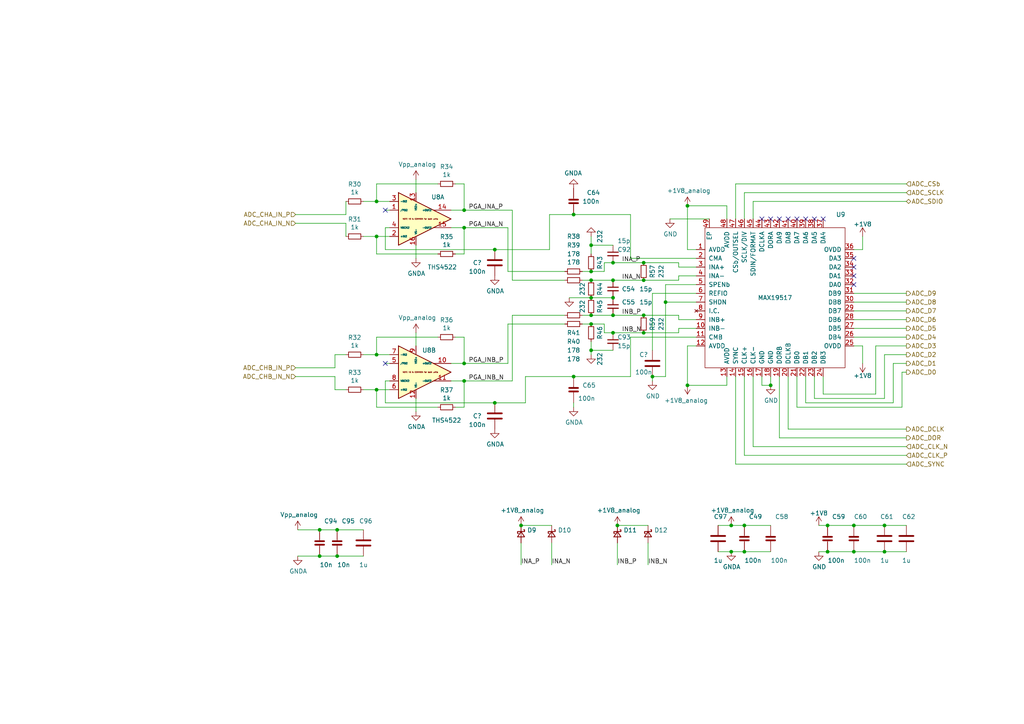
<source format=kicad_sch>
(kicad_sch (version 20230121) (generator eeschema)
  (paper "A4")
  (lib_symbols
    (symbol "Device:C_Small" (pin_numbers hide) (pin_names (offset 0.254) hide)
      (property "Reference" "C" (at 0.254 1.778 0))
      (property "Value" "C_Small" (at 0.254 -2.032 0))
      (symbol "C_Small_0_1"
        (polyline (pts (xy -1.524 -0.508) (xy 1.524 -0.508)) (stroke (width 0.3302)))
        (polyline (pts (xy -1.524 0.508) (xy 1.524 0.508)) (stroke (width 0.3048)))
      )
      (symbol "C_Small_1_1"
        (pin passive line (at 0 2.54 270) (length 2.032) (name "~") (number "1"))
        (pin passive line (at 0 -2.54 90) (length 2.032) (name "~") (number "2"))
      )
    )
    (symbol "Device:D_Schottky_Small" (pin_numbers hide) (pin_names (offset 0.254) hide)
      (property "Reference" "D" (at -1.27 2.032 0))
      (property "Value" "D_Schottky_Small" (at -7.112 -2.032 0))
      (symbol "D_Schottky_Small_0_1"
        (polyline (pts (xy -0.762 0) (xy 0.762 0)))
        (polyline (pts (xy 0.762 -1.016) (xy -0.762 0) (xy 0.762 1.016) (xy 0.762 -1.016)) (stroke (width 0.254)))
        (polyline (pts (xy -1.27 0.762) (xy -1.27 1.016) (xy -0.762 1.016) (xy -0.762 -1.016) (xy -0.254 -1.016) (xy -0.254 -0.762)) (stroke (width 0.254)))
      )
      (symbol "D_Schottky_Small_1_1"
        (pin passive line (at -2.54 0 0) (length 1.778) (name "K") (number "1"))
        (pin passive line (at 2.54 0 180) (length 1.778) (name "A") (number "2"))
      )
    )
    (symbol "Device:R_Small" (pin_numbers hide) (pin_names (offset 0.254) hide)
      (property "Reference" "R" (at 0.762 0.508 0))
      (property "Value" "R_Small" (at 0.762 -1.016 0))
      (symbol "R_Small_0_1"
        (rectangle (start -0.762 1.778) (end 0.762 -1.778) (stroke (width 0.2032)))
      )
      (symbol "R_Small_1_1"
        (pin passive line (at 0 2.54 270) (length 0.762) (name "~") (number "1"))
        (pin passive line (at 0 -2.54 90) (length 0.762) (name "~") (number "2"))
      )
    )
    (symbol "fmc:+1V8_analog" (power) (pin_names (offset 0))
      (property "Value" "+1V8_analog" (at 0 3.556 0))
      (symbol "+1V8_analog_0_1"
        (polyline (pts (xy -0.762 1.27) (xy 0 2.54)))
        (polyline (pts (xy 0 0) (xy 0 2.54)))
        (polyline (pts (xy 0 2.54) (xy 0.762 1.27)))
      )
      (symbol "+1V8_analog_1_1"
        (pin power_in line (at 0 0 90) (length 0) hide (name "+1V8_analog") (number "1"))
      )
    )
    (symbol "fmc:100nF_402" (pin_numbers hide) (pin_names (offset 0.254))
      (property "Reference" "C" (at 0.635 2.54 0))
      (property "Value" "100nF_402" (at 0.635 -2.54 0))
      (symbol "100nF_402_0_1"
        (polyline (pts (xy -1.27 -0.508) (xy 1.27 -0.508)) (stroke (width 0.508)))
        (polyline (pts (xy -1.27 0.508) (xy 1.27 0.508)) (stroke (width 0.508)))
        (polyline (pts (xy 0 -1.016) (xy 0 -0.762)))
        (polyline (pts (xy 0 1.016) (xy 0 0.508)))
      )
      (symbol "100nF_402_1_1"
        (pin passive line (at 0 3.81 270) (length 2.794) (name "~") (number "1"))
        (pin passive line (at 0 -3.81 90) (length 2.794) (name "~") (number "2"))
      )
    )
    (symbol "fmc:100nF_603" (pin_numbers hide) (pin_names (offset 0.254))
      (property "Reference" "C" (at 0.635 2.54 0))
      (property "Value" "100nF_603" (at 0.635 -2.54 0))
      (symbol "100nF_603_0_1"
        (polyline (pts (xy -2.032 -0.762) (xy 2.032 -0.762)) (stroke (width 0.508)))
        (polyline (pts (xy -2.032 0.762) (xy 2.032 0.762)) (stroke (width 0.508)))
      )
      (symbol "100nF_603_1_1"
        (pin passive line (at 0 3.81 270) (length 2.794) (name "~") (number "1"))
        (pin passive line (at 0 -3.81 90) (length 2.794) (name "~") (number "2"))
      )
    )
    (symbol "fmc:1uF_805" (pin_numbers hide) (pin_names (offset 0.254))
      (property "Reference" "C" (at 0.635 2.54 0))
      (property "Value" "1uF_805" (at 0.635 -2.54 0))
      (symbol "1uF_805_0_1"
        (polyline (pts (xy -2.032 -0.762) (xy 2.032 -0.762)) (stroke (width 0.508)))
        (polyline (pts (xy -2.032 0.762) (xy 2.032 0.762)) (stroke (width 0.508)))
      )
      (symbol "1uF_805_1_1"
        (pin passive line (at 0 3.81 270) (length 2.794) (name "~") (number "1"))
        (pin passive line (at 0 -3.81 90) (length 2.794) (name "~") (number "2"))
      )
    )
    (symbol "fmc:MAX19517" (pin_names (offset 1.016))
      (property "Reference" "U" (at 0 0 0))
      (property "Value" "MAX19517" (at 0 -6.35 0))
      (symbol "MAX19517_0_1"
        (rectangle (start -20.32 20.32) (end 20.32 -20.32))
      )
      (symbol "MAX19517_1_1"
        (pin power_in line (at -13.97 -22.86 90) (length 2.54) (name "AVDD") (number "1"))
        (pin input line (at 8.89 -22.86 90) (length 2.54) (name "INB-") (number "10"))
        (pin output line (at 11.43 -22.86 90) (length 2.54) (name "CMB") (number "11"))
        (pin power_in line (at 13.97 -22.86 90) (length 2.54) (name "AVDD") (number "12"))
        (pin power_in line (at 22.86 -13.97 180) (length 2.54) (name "AVDD") (number "13"))
        (pin input line (at 22.86 -11.43 180) (length 2.54) (name "SYNC") (number "14"))
        (pin input line (at 22.86 -8.89 180) (length 2.54) (name "CLK+") (number "15"))
        (pin input line (at 22.86 -6.35 180) (length 2.54) (name "CLK-") (number "16"))
        (pin power_in line (at 22.86 -3.81 180) (length 2.54) (name "GND") (number "17"))
        (pin power_in line (at 22.86 -1.27 180) (length 2.54) (name "GND") (number "18"))
        (pin output line (at 22.86 1.27 180) (length 2.54) (name "DORB") (number "19"))
        (pin output line (at -11.43 -22.86 90) (length 2.54) (name "CMA") (number "2"))
        (pin output line (at 22.86 3.81 180) (length 2.54) (name "DCLKB") (number "20"))
        (pin output line (at 22.86 6.35 180) (length 2.54) (name "DB0") (number "21"))
        (pin output line (at 22.86 8.89 180) (length 2.54) (name "DB1") (number "22"))
        (pin output line (at 22.86 11.43 180) (length 2.54) (name "DB2") (number "23"))
        (pin output line (at 22.86 13.97 180) (length 2.54) (name "DB3") (number "24"))
        (pin power_in line (at 13.97 22.86 270) (length 2.54) (name "OVDD") (number "25"))
        (pin output line (at 11.43 22.86 270) (length 2.54) (name "DB4") (number "26"))
        (pin output line (at 8.89 22.86 270) (length 2.54) (name "DB5") (number "27"))
        (pin output line (at 6.35 22.86 270) (length 2.54) (name "DB6") (number "28"))
        (pin output line (at 3.81 22.86 270) (length 2.54) (name "DB7") (number "29"))
        (pin input line (at -8.89 -22.86 90) (length 2.54) (name "INA+") (number "3"))
        (pin output line (at 1.27 22.86 270) (length 2.54) (name "DB8") (number "30"))
        (pin output line (at -1.27 22.86 270) (length 2.54) (name "DB9") (number "31"))
        (pin output line (at -3.81 22.86 270) (length 2.54) (name "DA0") (number "32"))
        (pin output line (at -6.35 22.86 270) (length 2.54) (name "DA1") (number "33"))
        (pin output line (at -8.89 22.86 270) (length 2.54) (name "DA2") (number "34"))
        (pin output line (at -11.43 22.86 270) (length 2.54) (name "DA3") (number "35"))
        (pin power_in line (at -13.97 22.86 270) (length 2.54) (name "OVDD") (number "36"))
        (pin output line (at -22.86 13.97 0) (length 2.54) (name "DA4") (number "37"))
        (pin output line (at -22.86 11.43 0) (length 2.54) (name "DA5") (number "38"))
        (pin output line (at -22.86 8.89 0) (length 2.54) (name "DA6") (number "39"))
        (pin input line (at -6.35 -22.86 90) (length 2.54) (name "INA-") (number "4"))
        (pin output line (at -22.86 6.35 0) (length 2.54) (name "DA7") (number "40"))
        (pin output line (at -22.86 3.81 0) (length 2.54) (name "DA8") (number "41"))
        (pin output line (at -22.86 1.27 0) (length 2.54) (name "DA9") (number "42"))
        (pin output line (at -22.86 -1.27 0) (length 2.54) (name "DORA") (number "43"))
        (pin output line (at -22.86 -3.81 0) (length 2.54) (name "DCLKA") (number "44"))
        (pin bidirectional line (at -22.86 -6.35 0) (length 2.54) (name "SDIN/FORMAT") (number "45"))
        (pin input line (at -22.86 -8.89 0) (length 2.54) (name "SCLK/DIV") (number "46"))
        (pin input line (at -22.86 -11.43 0) (length 2.54) (name "CSb/OUTSEL") (number "47"))
        (pin power_in line (at -22.86 -13.97 0) (length 2.54) (name "AVDD") (number "48"))
        (pin power_in line (at -22.86 -19.05 0) (length 2.54) (name "EP") (number "49"))
        (pin input line (at -3.81 -22.86 90) (length 2.54) (name "SPENb") (number "5"))
        (pin bidirectional line (at -1.27 -22.86 90) (length 2.54) (name "REFIO") (number "6"))
        (pin input line (at 1.27 -22.86 90) (length 2.54) (name "SHDN") (number "7"))
        (pin no_connect line (at 3.81 -22.86 90) (length 2.54) (name "I.C.") (number "8"))
        (pin input line (at 6.35 -22.86 90) (length 2.54) (name "INB+") (number "9"))
      )
    )
    (symbol "fmc:THS4522"
      (property "Reference" "U" (at 5.08 19.05 0))
      (property "Value" "THS4522" (at 11.43 8.89 0))
      (symbol "THS4522_0_0"
        (text "NOTE VS is COMMON for both units" (at 1.27 13.97 0) (effects (font (size 0.381 0.381))))
      )
      (symbol "THS4522_1_1"
        (polyline (pts (xy -5.08 21.59) (xy -5.08 6.35) (xy 10.16 13.97) (xy -5.08 21.59)) (stroke (width 0.254)) (fill (type background)))
        (pin input line (at -7.62 16.51 0) (length 2.54) (name "/PD2") (number "1"))
        (pin power_in line (at 0 21.59 270) (length 2.54) (name "VS2+") (number "13"))
        (pin output line (at 10.16 16.51 180) (length 5.08) (name "+OUT2") (number "14"))
        (pin output line (at 10.16 11.43 180) (length 5.08) (name "-OUT2") (number "15"))
        (pin power_in line (at 0 6.35 90) (length 2.54) (name "VS-") (number "16"))
        (pin input line (at -7.62 8.89 0) (length 2.54) (name "+IN2") (number "2"))
        (pin input line (at -7.62 19.05 0) (length 2.54) (name "-IN2") (number "3"))
        (pin input line (at -7.62 11.43 0) (length 2.54) (name "VOCM2") (number "4"))
      )
      (symbol "THS4522_2_1"
        (polyline (pts (xy -5.08 21.59) (xy -5.08 6.35) (xy 10.16 13.97) (xy -5.08 21.59)) (stroke (width 0.254)) (fill (type background)))
        (pin output line (at 10.16 16.51 180) (length 5.08) (name "+OUT2") (number "10"))
        (pin output line (at 10.16 11.43 180) (length 5.08) (name "-OUT2") (number "11"))
        (pin power_in line (at 0 6.35 90) (length 2.54) (name "VS-") (number "12"))
        (pin input line (at -7.62 16.51 0) (length 2.54) (name "/PD2") (number "5"))
        (pin input line (at -7.62 8.89 0) (length 2.54) (name "+IN2") (number "6"))
        (pin input line (at -7.62 19.05 0) (length 2.54) (name "-IN2") (number "7"))
        (pin input line (at -7.62 11.43 0) (length 2.54) (name "VOCM2") (number "8"))
        (pin power_in line (at 0 21.59 270) (length 2.54) (name "VS2+") (number "9"))
      )
    )
    (symbol "fmc:Vpp_analog" (power) (pin_names (offset 0))
      (property "Value" "Vpp_analog" (at 0 3.556 0))
      (symbol "Vpp_analog_0_1"
        (polyline (pts (xy -0.762 1.27) (xy 0 2.54)))
        (polyline (pts (xy 0 0) (xy 0 2.54)))
        (polyline (pts (xy 0 2.54) (xy 0.762 1.27)))
      )
      (symbol "Vpp_analog_1_1"
        (pin power_in line (at 0 0 90) (length 0) hide (name "Vpp_analog") (number "1"))
      )
    )
    (symbol "power:+1V8" (power) (pin_names (offset 0))
      (property "Value" "+1V8" (at 0 3.556 0))
      (symbol "+1V8_0_1"
        (polyline (pts (xy -0.762 1.27) (xy 0 2.54)))
        (polyline (pts (xy 0 0) (xy 0 2.54)))
        (polyline (pts (xy 0 2.54) (xy 0.762 1.27)))
      )
      (symbol "+1V8_1_1"
        (pin power_in line (at 0 0 90) (length 0) hide (name "+1V8") (number "1"))
      )
    )
    (symbol "power:GND" (power) (pin_names (offset 0))
      (property "Value" "GND" (at 0 -3.81 0))
      (symbol "GND_0_1"
        (polyline (pts (xy 0 0) (xy 0 -1.27) (xy 1.27 -1.27) (xy 0 -2.54) (xy -1.27 -1.27) (xy 0 -1.27)))
      )
      (symbol "GND_1_1"
        (pin power_in line (at 0 0 270) (length 0) hide (name "GND") (number "1"))
      )
    )
    (symbol "power:GNDA" (power) (pin_names (offset 0))
      (property "Value" "GNDA" (at 0 -3.81 0))
      (symbol "GNDA_0_1"
        (polyline (pts (xy 0 0) (xy 0 -1.27) (xy 1.27 -1.27) (xy 0 -2.54) (xy -1.27 -1.27) (xy 0 -1.27)))
      )
      (symbol "GNDA_1_1"
        (pin power_in line (at 0 0 270) (length 0) hide (name "GNDA") (number "1"))
      )
    )
  )
  (junction (at 171.45 93.98))
  (junction (at 177.8 81.28))
  (junction (at 97.79 153.67))
  (junction (at 92.71 153.67))
  (junction (at 212.09 152.4))
  (junction (at 151.13 152.4))
  (junction (at 109.22 68.58))
  (junction (at 179.07 152.4))
  (junction (at 143.51 72.39))
  (junction (at 215.9 160.02))
  (junction (at 256.54 152.4))
  (junction (at 134.62 60.96))
  (junction (at 109.22 102.87))
  (junction (at 109.22 113.03))
  (junction (at 256.54 160.02))
  (junction (at 186.69 76.2))
  (junction (at 240.03 160.02))
  (junction (at 177.8 86.36))
  (junction (at 134.62 105.41))
  (junction (at 171.45 78.74))
  (junction (at 171.45 91.44))
  (junction (at 215.9 152.4))
  (junction (at 171.45 86.36))
  (junction (at 223.52 111.76))
  (junction (at 247.65 152.4))
  (junction (at 240.03 152.4))
  (junction (at 92.71 161.29))
  (junction (at 177.8 91.44))
  (junction (at 143.51 116.84))
  (junction (at 186.69 96.52))
  (junction (at 199.39 59.69))
  (junction (at 171.45 101.6))
  (junction (at 247.65 160.02))
  (junction (at 166.37 62.23))
  (junction (at 186.69 91.44))
  (junction (at 177.8 96.52))
  (junction (at 109.22 58.42))
  (junction (at 166.37 109.22))
  (junction (at 97.79 161.29))
  (junction (at 171.45 81.28))
  (junction (at 212.09 160.02))
  (junction (at 134.62 66.04))
  (junction (at 199.39 111.76))
  (junction (at 186.69 81.28))
  (junction (at 177.8 76.2))
  (junction (at 171.45 71.12))
  (junction (at 134.62 110.49))
  (junction (at 189.23 109.22))
  (junction (at 193.04 87.63))
  (no_connect (at 233.68 63.5))
  (no_connect (at 111.76 60.96))
  (no_connect (at 223.52 63.5))
  (no_connect (at 247.65 80.01))
  (no_connect (at 238.76 63.5))
  (no_connect (at 226.06 63.5))
  (no_connect (at 228.6 63.5))
  (no_connect (at 247.65 82.55))
  (no_connect (at 111.76 105.41))
  (no_connect (at 247.65 77.47))
  (no_connect (at 220.98 63.5))
  (no_connect (at 247.65 74.93))
  (no_connect (at 231.14 63.5))
  (no_connect (at 236.22 63.5))
  (wire (pts (xy 109.22 58.42) (xy 113.03 58.42)))
  (wire (pts (xy 130.81 105.41) (xy 134.62 105.41)))
  (wire (pts (xy 187.96 152.4) (xy 179.07 152.4)))
  (wire (pts (xy 111.76 60.96) (xy 113.03 60.96)))
  (wire (pts (xy 240.03 152.4) (xy 247.65 152.4)))
  (wire (pts (xy 109.22 73.66) (xy 127 73.66)))
  (wire (pts (xy 212.09 160.02) (xy 215.9 160.02)))
  (wire (pts (xy 213.36 134.62) (xy 262.89 134.62)))
  (wire (pts (xy 247.65 100.33) (xy 250.19 100.33)))
  (wire (pts (xy 193.04 82.55) (xy 193.04 87.63)))
  (wire (pts (xy 177.8 96.52) (xy 186.69 96.52)))
  (wire (pts (xy 215.9 160.02) (xy 223.52 160.02)))
  (wire (pts (xy 105.41 161.29) (xy 97.79 161.29)))
  (wire (pts (xy 85.725 106.68) (xy 97.155 106.68)))
  (wire (pts (xy 130.81 110.49) (xy 134.62 110.49)))
  (wire (pts (xy 233.68 109.22) (xy 233.68 116.84)))
  (wire (pts (xy 189.23 85.09) (xy 201.93 85.09)))
  (wire (pts (xy 86.36 153.67) (xy 92.71 153.67)))
  (wire (pts (xy 256.54 152.4) (xy 262.89 152.4)))
  (wire (pts (xy 109.22 113.03) (xy 109.22 118.11)))
  (wire (pts (xy 134.62 97.79) (xy 134.62 105.41)))
  (wire (pts (xy 109.22 53.34) (xy 127 53.34)))
  (wire (pts (xy 247.65 152.4) (xy 256.54 152.4)))
  (wire (pts (xy 159.385 72.39) (xy 159.385 62.23)))
  (wire (pts (xy 109.22 68.58) (xy 109.22 73.66)))
  (wire (pts (xy 201.93 100.33) (xy 199.39 100.33)))
  (wire (pts (xy 177.8 71.12) (xy 171.45 71.12)))
  (wire (pts (xy 218.44 63.5) (xy 218.44 58.42)))
  (wire (pts (xy 218.44 129.54) (xy 218.44 109.22)))
  (wire (pts (xy 100.33 113.03) (xy 97.155 113.03)))
  (wire (pts (xy 223.52 109.22) (xy 223.52 111.76)))
  (wire (pts (xy 97.155 102.87) (xy 100.33 102.87)))
  (wire (pts (xy 160.02 157.48) (xy 160.02 163.83)))
  (wire (pts (xy 177.8 76.2) (xy 186.69 76.2)))
  (wire (pts (xy 256.54 160.02) (xy 262.89 160.02)))
  (wire (pts (xy 256.54 102.87) (xy 262.89 102.87)))
  (wire (pts (xy 213.36 63.5) (xy 213.36 53.34)))
  (wire (pts (xy 109.22 113.03) (xy 113.03 113.03)))
  (wire (pts (xy 134.62 105.41) (xy 147.32 105.41)))
  (wire (pts (xy 177.8 91.44) (xy 186.69 91.44)))
  (wire (pts (xy 171.45 101.6) (xy 177.8 101.6)))
  (wire (pts (xy 201.93 72.39) (xy 199.39 72.39)))
  (wire (pts (xy 231.14 118.11) (xy 261.62 118.11)))
  (wire (pts (xy 194.31 63.5) (xy 205.74 63.5)))
  (wire (pts (xy 247.65 85.09) (xy 262.89 85.09)))
  (wire (pts (xy 175.26 78.74) (xy 175.26 76.2)))
  (wire (pts (xy 199.39 59.69) (xy 210.82 59.69)))
  (wire (pts (xy 92.71 153.67) (xy 97.79 153.67)))
  (wire (pts (xy 165.1 86.36) (xy 171.45 86.36)))
  (wire (pts (xy 189.23 101.6) (xy 189.23 85.09)))
  (wire (pts (xy 85.725 109.22) (xy 97.155 109.22)))
  (wire (pts (xy 220.98 109.22) (xy 220.98 111.76)))
  (wire (pts (xy 247.65 87.63) (xy 262.89 87.63)))
  (wire (pts (xy 247.65 72.39) (xy 250.19 72.39)))
  (wire (pts (xy 143.51 72.39) (xy 159.385 72.39)))
  (wire (pts (xy 215.9 55.88) (xy 262.89 55.88)))
  (wire (pts (xy 189.23 110.49) (xy 189.23 109.22)))
  (wire (pts (xy 182.88 74.93) (xy 182.88 62.23)))
  (wire (pts (xy 111.76 105.41) (xy 113.03 105.41)))
  (wire (pts (xy 130.81 66.04) (xy 134.62 66.04)))
  (wire (pts (xy 187.96 157.48) (xy 187.96 163.83)))
  (wire (pts (xy 196.85 76.2) (xy 196.85 77.47)))
  (wire (pts (xy 250.19 100.33) (xy 250.19 105.41)))
  (wire (pts (xy 147.32 66.04) (xy 147.32 78.74)))
  (wire (pts (xy 177.8 86.36) (xy 171.45 86.36)))
  (wire (pts (xy 247.65 95.25) (xy 262.89 95.25)))
  (wire (pts (xy 105.41 153.67) (xy 97.79 153.67)))
  (wire (pts (xy 215.9 109.22) (xy 215.9 132.08)))
  (wire (pts (xy 168.91 81.28) (xy 171.45 81.28)))
  (wire (pts (xy 166.37 116.84) (xy 166.37 118.11)))
  (wire (pts (xy 254 100.33) (xy 262.89 100.33)))
  (wire (pts (xy 233.68 116.84) (xy 259.08 116.84)))
  (wire (pts (xy 212.09 152.4) (xy 215.9 152.4)))
  (wire (pts (xy 151.13 157.48) (xy 151.13 163.83)))
  (wire (pts (xy 171.45 93.98) (xy 175.26 93.98)))
  (wire (pts (xy 196.85 80.01) (xy 201.93 80.01)))
  (wire (pts (xy 85.725 64.77) (xy 100.33 64.77)))
  (wire (pts (xy 210.82 59.69) (xy 210.82 63.5)))
  (wire (pts (xy 201.93 97.79) (xy 182.88 97.79)))
  (wire (pts (xy 132.08 73.66) (xy 134.62 73.66)))
  (wire (pts (xy 259.08 105.41) (xy 262.89 105.41)))
  (wire (pts (xy 231.14 109.22) (xy 231.14 118.11)))
  (wire (pts (xy 152.4 116.84) (xy 143.51 116.84)))
  (wire (pts (xy 113.03 66.04) (xy 111.76 66.04)))
  (wire (pts (xy 100.33 62.23) (xy 100.33 58.42)))
  (wire (pts (xy 105.41 58.42) (xy 109.22 58.42)))
  (wire (pts (xy 100.33 68.58) (xy 100.33 64.77)))
  (wire (pts (xy 262.89 127) (xy 226.06 127)))
  (wire (pts (xy 171.45 99.06) (xy 171.45 101.6)))
  (wire (pts (xy 236.22 109.22) (xy 236.22 115.57)))
  (wire (pts (xy 111.76 66.04) (xy 111.76 72.39)))
  (wire (pts (xy 262.89 129.54) (xy 218.44 129.54)))
  (wire (pts (xy 261.62 118.11) (xy 261.62 107.95)))
  (wire (pts (xy 193.04 87.63) (xy 193.04 109.22)))
  (wire (pts (xy 168.91 93.98) (xy 171.45 93.98)))
  (wire (pts (xy 148.59 60.96) (xy 148.59 81.28)))
  (wire (pts (xy 175.26 76.2) (xy 177.8 76.2)))
  (wire (pts (xy 105.41 68.58) (xy 109.22 68.58)))
  (wire (pts (xy 105.41 102.87) (xy 109.22 102.87)))
  (wire (pts (xy 160.02 152.4) (xy 151.13 152.4)))
  (wire (pts (xy 134.62 118.11) (xy 134.62 110.49)))
  (wire (pts (xy 208.28 160.02) (xy 212.09 160.02)))
  (wire (pts (xy 247.65 92.71) (xy 262.89 92.71)))
  (wire (pts (xy 134.62 60.96) (xy 148.59 60.96)))
  (wire (pts (xy 132.08 53.34) (xy 134.62 53.34)))
  (wire (pts (xy 210.82 111.76) (xy 210.82 109.22)))
  (wire (pts (xy 226.06 127) (xy 226.06 109.22)))
  (wire (pts (xy 179.07 157.48) (xy 179.07 163.83)))
  (wire (pts (xy 186.69 96.52) (xy 196.85 96.52)))
  (wire (pts (xy 111.76 116.84) (xy 143.51 116.84)))
  (wire (pts (xy 85.725 62.23) (xy 100.33 62.23)))
  (wire (pts (xy 261.62 107.95) (xy 262.89 107.95)))
  (wire (pts (xy 171.45 71.12) (xy 171.45 73.66)))
  (wire (pts (xy 171.45 91.44) (xy 177.8 91.44)))
  (wire (pts (xy 171.45 81.28) (xy 177.8 81.28)))
  (wire (pts (xy 213.36 109.22) (xy 213.36 134.62)))
  (wire (pts (xy 238.76 109.22) (xy 238.76 114.3)))
  (wire (pts (xy 199.39 111.76) (xy 210.82 111.76)))
  (wire (pts (xy 237.49 160.02) (xy 240.03 160.02)))
  (wire (pts (xy 159.385 62.23) (xy 166.37 62.23)))
  (wire (pts (xy 196.85 96.52) (xy 196.85 95.25)))
  (wire (pts (xy 148.59 91.44) (xy 148.59 110.49)))
  (wire (pts (xy 148.59 81.28) (xy 163.83 81.28)))
  (wire (pts (xy 196.85 95.25) (xy 201.93 95.25)))
  (wire (pts (xy 237.49 152.4) (xy 240.03 152.4)))
  (wire (pts (xy 247.65 160.02) (xy 256.54 160.02)))
  (wire (pts (xy 147.32 93.98) (xy 163.83 93.98)))
  (wire (pts (xy 196.85 91.44) (xy 196.85 92.71)))
  (wire (pts (xy 177.8 81.28) (xy 186.69 81.28)))
  (wire (pts (xy 215.9 132.08) (xy 262.89 132.08)))
  (wire (pts (xy 134.62 53.34) (xy 134.62 60.96)))
  (wire (pts (xy 208.28 152.4) (xy 212.09 152.4)))
  (wire (pts (xy 109.22 53.34) (xy 109.22 58.42)))
  (wire (pts (xy 109.22 97.79) (xy 109.22 102.87)))
  (wire (pts (xy 182.88 109.22) (xy 166.37 109.22)))
  (wire (pts (xy 196.85 77.47) (xy 201.93 77.47)))
  (wire (pts (xy 213.36 53.34) (xy 262.89 53.34)))
  (wire (pts (xy 120.65 71.12) (xy 120.65 74.93)))
  (wire (pts (xy 120.65 100.33) (xy 120.65 96.52)))
  (wire (pts (xy 220.98 111.76) (xy 223.52 111.76)))
  (wire (pts (xy 175.26 96.52) (xy 177.8 96.52)))
  (wire (pts (xy 201.93 82.55) (xy 193.04 82.55)))
  (wire (pts (xy 182.88 97.79) (xy 182.88 109.22)))
  (wire (pts (xy 166.37 109.22) (xy 152.4 109.22)))
  (wire (pts (xy 186.69 76.2) (xy 196.85 76.2)))
  (wire (pts (xy 109.22 102.87) (xy 113.03 102.87)))
  (wire (pts (xy 120.65 55.88) (xy 120.65 52.07)))
  (wire (pts (xy 152.4 109.22) (xy 152.4 116.84)))
  (wire (pts (xy 171.45 78.74) (xy 175.26 78.74)))
  (wire (pts (xy 120.65 115.57) (xy 120.65 119.38)))
  (wire (pts (xy 196.85 92.71) (xy 201.93 92.71)))
  (wire (pts (xy 193.04 109.22) (xy 189.23 109.22)))
  (wire (pts (xy 250.19 72.39) (xy 250.19 68.58)))
  (wire (pts (xy 97.155 106.68) (xy 97.155 102.87)))
  (wire (pts (xy 182.88 62.23) (xy 166.37 62.23)))
  (wire (pts (xy 171.45 101.6) (xy 171.45 102.87)))
  (wire (pts (xy 201.93 87.63) (xy 193.04 87.63)))
  (wire (pts (xy 247.65 97.79) (xy 262.89 97.79)))
  (wire (pts (xy 199.39 72.39) (xy 199.39 59.69)))
  (wire (pts (xy 111.76 110.49) (xy 111.76 116.84)))
  (wire (pts (xy 240.03 160.02) (xy 247.65 160.02)))
  (wire (pts (xy 132.08 118.11) (xy 134.62 118.11)))
  (wire (pts (xy 186.69 91.44) (xy 196.85 91.44)))
  (wire (pts (xy 196.85 81.28) (xy 196.85 80.01)))
  (wire (pts (xy 168.91 78.74) (xy 171.45 78.74)))
  (wire (pts (xy 134.62 73.66) (xy 134.62 66.04)))
  (wire (pts (xy 134.62 110.49) (xy 148.59 110.49)))
  (wire (pts (xy 215.9 63.5) (xy 215.9 55.88)))
  (wire (pts (xy 147.32 105.41) (xy 147.32 93.98)))
  (wire (pts (xy 228.6 124.46) (xy 262.89 124.46)))
  (wire (pts (xy 97.79 161.29) (xy 92.71 161.29)))
  (wire (pts (xy 113.03 110.49) (xy 111.76 110.49)))
  (wire (pts (xy 132.08 97.79) (xy 134.62 97.79)))
  (wire (pts (xy 97.155 109.22) (xy 97.155 113.03)))
  (wire (pts (xy 218.44 58.42) (xy 262.89 58.42)))
  (wire (pts (xy 111.76 72.39) (xy 143.51 72.39)))
  (wire (pts (xy 201.93 74.93) (xy 182.88 74.93)))
  (wire (pts (xy 236.22 115.57) (xy 256.54 115.57)))
  (wire (pts (xy 105.41 113.03) (xy 109.22 113.03)))
  (wire (pts (xy 109.22 97.79) (xy 127 97.79)))
  (wire (pts (xy 148.59 91.44) (xy 163.83 91.44)))
  (wire (pts (xy 175.26 93.98) (xy 175.26 96.52)))
  (wire (pts (xy 199.39 100.33) (xy 199.39 111.76)))
  (wire (pts (xy 238.76 114.3) (xy 254 114.3)))
  (wire (pts (xy 228.6 109.22) (xy 228.6 124.46)))
  (wire (pts (xy 147.32 78.74) (xy 163.83 78.74)))
  (wire (pts (xy 256.54 115.57) (xy 256.54 102.87)))
  (wire (pts (xy 259.08 116.84) (xy 259.08 105.41)))
  (wire (pts (xy 171.45 68.58) (xy 171.45 71.12)))
  (wire (pts (xy 92.71 161.29) (xy 86.36 161.29)))
  (wire (pts (xy 130.81 60.96) (xy 134.62 60.96)))
  (wire (pts (xy 254 114.3) (xy 254 100.33)))
  (wire (pts (xy 215.9 152.4) (xy 223.52 152.4)))
  (wire (pts (xy 168.91 91.44) (xy 171.45 91.44)))
  (wire (pts (xy 186.69 81.28) (xy 196.85 81.28)))
  (wire (pts (xy 247.65 90.17) (xy 262.89 90.17)))
  (wire (pts (xy 109.22 118.11) (xy 127 118.11)))
  (wire (pts (xy 134.62 66.04) (xy 147.32 66.04)))
  (wire (pts (xy 109.22 68.58) (xy 113.03 68.58)))
  (label "INA_P" (at 180.34 76.2 0))
  (label "PGA_INB_N" (at 135.89 110.49 0))
  (label "INA_N" (at 180.34 81.28 0))
  (label "INB_P" (at 180.34 91.44 0))
  (label "INA_N" (at 160.02 163.83 0))
  (label "INB_N" (at 187.96 163.83 0))
  (label "INA_P" (at 151.13 163.83 0))
  (label "INB_N" (at 180.34 96.52 0))
  (label "PGA_INA_P" (at 135.89 60.96 0))
  (label "PGA_INA_N" (at 135.89 66.04 0))
  (label "INB_P" (at 179.07 163.83 0))
  (label "PGA_INB_P" (at 135.89 105.41 0))
  (hierarchical_label "ADC_D5" (shape output) (at 262.89 95.25 0))
  (hierarchical_label "ADC_CSb" (shape input) (at 262.89 53.34 0))
  (hierarchical_label "ADC_CLK_P" (shape input) (at 262.89 132.08 0))
  (hierarchical_label "ADC_SDIO" (shape bidirectional) (at 262.89 58.42 0))
  (hierarchical_label "ADC_DOR" (shape output) (at 262.89 127 0))
  (hierarchical_label "ADC_D0" (shape output) (at 262.89 107.95 0))
  (hierarchical_label "ADC_CHA_IN_N" (shape input) (at 85.725 64.77 180))
  (hierarchical_label "ADC_CLK_N" (shape input) (at 262.89 129.54 0))
  (hierarchical_label "ADC_CHA_IN_P" (shape input) (at 85.725 62.23 180))
  (hierarchical_label "ADC_D3" (shape output) (at 262.89 100.33 0))
  (hierarchical_label "ADC_D7" (shape output) (at 262.89 90.17 0))
  (hierarchical_label "ADC_CHB_IN_N" (shape input) (at 85.725 109.22 180))
  (hierarchical_label "ADC_D1" (shape output) (at 262.89 105.41 0))
  (hierarchical_label "ADC_D4" (shape output) (at 262.89 97.79 0))
  (hierarchical_label "ADC_CHB_IN_P" (shape input) (at 85.725 106.68 180))
  (hierarchical_label "ADC_D9" (shape output) (at 262.89 85.09 0))
  (hierarchical_label "ADC_D2" (shape output) (at 262.89 102.87 0))
  (hierarchical_label "ADC_D6" (shape output) (at 262.89 92.71 0))
  (hierarchical_label "ADC_SYNC" (shape input) (at 262.89 134.62 0))
  (hierarchical_label "ADC_DCLK" (shape output) (at 262.89 124.46 0))
  (hierarchical_label "ADC_SCLK" (shape input) (at 262.89 55.88 0))
  (hierarchical_label "ADC_D8" (shape output) (at 262.89 87.63 0))
  (symbol (lib_id "Device:D_Schottky_Small") (at 151.13 154.94 270) (unit 1)
    (property "Reference" "D9" (at 152.908 153.7716 90) (effects (justify left)))
    (property "Value" "NSR0170HT1G" (effects hide))
    (property "Footprint" "Diode_SMD:D_SOD-323" (effects hide))
    (property "Part" "NSR0170HT1G" (effects hide))
    (property "Manufacturer" "OnSemi" (effects hide))
  )
  (symbol (lib_id "fmc:+1V8_analog") (at 151.13 152.4 0) (unit 1)
    (property "Reference" "#PWR0129" (effects hide))
    (property "Value" "+1V8_analog" (at 151.511 148.0058 0))
  )
  (symbol (lib_id "Device:D_Schottky_Small") (at 160.02 154.94 270) (unit 1)
    (property "Reference" "D10" (at 161.798 153.7716 90) (effects (justify left)))
    (property "Value" "NSR0170HT1G" (effects hide))
    (property "Footprint" "Diode_SMD:D_SOD-323" (effects hide))
    (property "Part" "NSR0170HT1G" (effects hide))
    (property "Manufacturer" "OnSemi" (effects hide))
  )
  (symbol (lib_id "power:GND") (at 189.23 110.49 0) (unit 1)
    (property "Reference" "#PWR0145" (effects hide))
    (property "Value" "GND" (at 189.357 114.8842 0))
    (instances (project "usbadc" (path "" (reference "#PWR0145") (unit 1)) (path "" (reference "#PWR?") (unit 1)) (path "" (reference "#PWR?") (unit 1))))
  )
  (symbol (lib_id "Device:D_Schottky_Small") (at 179.07 154.94 270) (unit 1)
    (property "Reference" "D11" (at 180.848 153.7716 90) (effects (justify left)))
    (property "Value" "NSR0170HT1G" (effects hide))
    (property "Footprint" "Diode_SMD:D_SOD-323" (effects hide))
    (property "Part" "NSR0170HT1G" (effects hide))
    (property "Manufacturer" "OnSemi" (effects hide))
  )
  (symbol (lib_id "fmc:+1V8_analog") (at 179.07 152.4 0) (unit 1)
    (property "Reference" "#PWR0143" (effects hide))
    (property "Value" "+1V8_analog" (at 179.451 148.0058 0))
  )
  (symbol (lib_id "Device:D_Schottky_Small") (at 187.96 154.94 270) (unit 1)
    (property "Reference" "D12" (at 189.738 153.7716 90) (effects (justify left)))
    (property "Value" "NSR0170HT1G" (effects hide))
    (property "Footprint" "Diode_SMD:D_SOD-323" (effects hide))
    (property "Part" "NSR0170HT1G" (effects hide))
    (property "Manufacturer" "OnSemi" (effects hide))
  )
  (symbol (lib_id "Device:R_Small") (at 186.69 78.74 180) (unit 1)
    (property "Reference" "R57" (at 189.23 78.74 90))
    (property "Value" "232" (at 191.77 78.74 90))
    (property "Footprint" "Resistor_SMD:R_0603_1608Metric" (effects hide))
  )
  (symbol (lib_id "Device:R_Small") (at 186.69 93.98 180) (unit 1)
    (property "Reference" "R59" (at 189.23 93.98 90))
    (property "Value" "232" (at 191.77 93.98 90))
    (property "Footprint" "Resistor_SMD:R_0603_1608Metric" (effects hide))
  )
  (symbol (lib_id "Device:C_Small") (at 177.8 99.06 0) (unit 1)
    (property "Reference" "C93" (at 179.07 97.79 0) (effects (justify left)))
    (property "Value" "15p" (at 179.07 100.33 0) (effects (justify left)))
    (property "Footprint" "Capacitor_SMD:C_0603_1608Metric" (effects hide))
  )
  (symbol (lib_id "Device:C_Small") (at 177.8 73.66 0) (unit 1)
    (property "Reference" "C92" (at 179.07 72.39 0) (effects (justify left)))
    (property "Value" "15p" (at 179.07 69.85 0) (effects (justify left)))
    (property "Footprint" "Capacitor_SMD:C_0603_1608Metric" (effects hide))
  )
  (symbol (lib_id "power:GNDA") (at 86.36 161.29 0) (unit 1)
    (property "Reference" "#PWR0130" (effects hide))
    (property "Value" "GNDA" (at 86.487 165.6842 0))
  )
  (symbol (lib_id "power:GNDA") (at 166.37 118.11 0) (unit 1)
    (property "Reference" "#PWR0124" (effects hide))
    (property "Value" "GNDA" (at 166.497 122.5042 0))
  )
  (symbol (lib_id "power:GNDA") (at 166.37 54.61 180) (unit 1)
    (property "Reference" "#PWR0123" (effects hide))
    (property "Value" "GNDA" (at 166.243 50.2158 0))
  )
  (symbol (lib_id "power:GNDA") (at 212.09 160.02 0) (unit 1)
    (property "Reference" "#PWR0146" (effects hide))
    (property "Value" "GNDA" (at 212.217 164.4142 0))
  )
  (symbol (lib_id "fmc:100nF_402") (at 240.03 156.21 0) (unit 1)
    (property "Reference" "C59" (at 241.3 149.86 0) (effects (justify left)))
    (property "Value" "100n" (at 240.03 162.56 0) (effects (justify left)))
    (property "Footprint" "Capacitor_SMD:C_0402_1005Metric" (effects hide))
    (property "Part" "GRM155R61C104KA88D" (effects hide))
    (property "Manufacturer" "Murata" (effects hide))
  )
  (symbol (lib_id "fmc:100nF_402") (at 247.65 156.21 0) (unit 1)
    (property "Reference" "C60" (at 247.65 149.86 0) (effects (justify left)))
    (property "Value" "100n" (at 247.65 162.56 0) (effects (justify left)))
    (property "Footprint" "Capacitor_SMD:C_0402_1005Metric" (effects hide))
    (property "Part" "GRM155R61C104KA88D" (effects hide))
    (property "Manufacturer" "Murata" (effects hide))
  )
  (symbol (lib_id "fmc:100nF_402") (at 92.71 157.48 0) (unit 1)
    (property "Reference" "C94" (at 93.98 151.13 0) (effects (justify left)))
    (property "Value" "10n" (at 92.71 163.83 0) (effects (justify left)))
    (property "Footprint" "Capacitor_SMD:C_0603_1608Metric" (effects hide))
    (property "Part" "GRM155R61C103KA01" (effects hide))
    (property "Manufacturer" "Murata" (effects hide))
  )
  (symbol (lib_id "fmc:Vpp_analog") (at 86.36 153.67 0) (unit 1)
    (property "Reference" "#PWR0131" (effects hide))
    (property "Value" "Vpp_analog" (at 86.741 149.2758 0))
  )
  (symbol (lib_id "fmc:100nF_402") (at 97.79 157.48 0) (unit 1)
    (property "Reference" "C95" (at 99.06 151.13 0) (effects (justify left)))
    (property "Value" "10n" (at 97.79 163.83 0) (effects (justify left)))
    (property "Footprint" "Capacitor_SMD:C_0603_1608Metric" (effects hide))
    (property "Part" "GRM155R61C103KA01" (effects hide))
    (property "Manufacturer" "Murata" (effects hide))
  )
  (symbol (lib_id "fmc:100nF_402") (at 215.9 156.21 0) (unit 1)
    (property "Reference" "C49" (at 217.17 149.86 0) (effects (justify left)))
    (property "Value" "100n" (at 215.9 162.56 0) (effects (justify left)))
    (property "Footprint" "Capacitor_SMD:C_0402_1005Metric" (effects hide))
    (property "Part" "GRM155R61C104KA88D" (effects hide))
    (property "Manufacturer" "Murata" (effects hide))
  )
  (symbol (lib_id "fmc:100nF_402") (at 223.52 156.21 0) (unit 1)
    (property "Reference" "C58" (at 224.79 149.86 0) (effects (justify left)))
    (property "Value" "100n" (at 223.52 162.56 0) (effects (justify left)))
    (property "Footprint" "Capacitor_SMD:C_0402_1005Metric" (effects hide))
    (property "Part" "GRM155R61C104KA88D" (effects hide))
    (property "Manufacturer" "Murata" (effects hide))
  )
  (symbol (lib_id "fmc:1uF_805") (at 105.41 157.48 0) (unit 1)
    (property "Reference" "C96" (at 104.14 151.13 0) (effects (justify left)))
    (property "Value" "1u" (at 104.14 163.83 0) (effects (justify left)))
    (property "Footprint" "Capacitor_SMD:C_0805_2012Metric" (effects hide))
    (property "Part" "GCJ219R71C105KA01" (effects hide))
    (property "Manufacturer" "Murata" (effects hide))
    (instances (project "usbadc" (path "" (reference "C96") (unit 1)) (path "" (reference "C?") (unit 1))))
  )
  (symbol (lib_id "Device:R_Small") (at 171.45 83.82 180) (unit 1)
    (property "Reference" "R44" (at 173.99 83.82 90))
    (property "Value" "232" (at 168.91 83.82 90))
    (property "Footprint" "Resistor_SMD:R_0603_1608Metric" (effects hide))
  )
  (symbol (lib_id "Device:R_Small") (at 171.45 76.2 180) (unit 1)
    (property "Reference" "R43" (at 173.99 76.2 90))
    (property "Value" "232" (at 173.99 68.58 90))
    (property "Footprint" "Resistor_SMD:R_0603_1608Metric" (effects hide))
  )
  (symbol (lib_id "Device:R_Small") (at 171.45 88.9 180) (unit 1)
    (property "Reference" "R45" (at 173.99 88.9 90))
    (property "Value" "232" (at 168.91 88.9 90))
    (property "Footprint" "Resistor_SMD:R_0603_1608Metric" (effects hide))
  )
  (symbol (lib_id "Device:R_Small") (at 171.45 96.52 180) (unit 1)
    (property "Reference" "R46" (at 173.99 96.52 90))
    (property "Value" "232" (at 173.99 104.14 90))
    (property "Footprint" "Resistor_SMD:R_0603_1608Metric" (effects hide))
  )
  (symbol (lib_id "fmc:1uF_805") (at 208.28 156.21 0) (unit 1)
    (property "Reference" "C97" (at 207.01 149.86 0) (effects (justify left)))
    (property "Value" "1u" (at 207.01 162.56 0) (effects (justify left)))
    (property "Footprint" "Capacitor_SMD:C_0805_2012Metric" (effects hide))
    (property "Part" "GCJ219R71C105KA01" (effects hide))
    (property "Manufacturer" "Murata" (effects hide))
    (instances (project "usbadc" (path "" (reference "C97") (unit 1)) (path "" (reference "C?") (unit 1))))
  )
  (symbol (lib_id "power:GND") (at 171.45 102.87 0) (unit 1)
    (property "Reference" "#PWR0148" (effects hide))
    (property "Value" "GND" (effects hide))
    (instances (project "usbadc" (path "" (reference "#PWR0148") (unit 1)) (path "" (reference "#PWR?") (unit 1)) (path "" (reference "#PWR?") (unit 1))))
  )
  (symbol (lib_id "power:GND") (at 171.45 68.58 180) (unit 1)
    (property "Reference" "#PWR0139" (effects hide))
    (property "Value" "GND" (effects hide))
    (instances (project "usbadc" (path "" (reference "#PWR0139") (unit 1)) (path "" (reference "#PWR?") (unit 1)) (path "" (reference "#PWR?") (unit 1))))
  )
  (symbol (lib_id "power:GND") (at 165.1 86.36 0) (unit 1)
    (property "Reference" "#PWR0122" (effects hide))
    (property "Value" "GND" (effects hide))
    (instances (project "usbadc" (path "" (reference "#PWR0122") (unit 1)) (path "" (reference "#PWR?") (unit 1)) (path "" (reference "#PWR?") (unit 1))))
  )
  (symbol (lib_id "fmc:100nF_402") (at 166.37 113.03 0) (unit 1)
    (property "Reference" "C65" (at 168.91 111.76 0) (effects (justify left)))
    (property "Value" "100n" (at 167.64 115.57 0) (effects (justify left)))
    (property "Footprint" "Capacitor_SMD:C_0603_1608Metric" (effects hide))
    (property "Part" "GRM155R61C104KA88D" (effects hide))
    (property "Manufacturer" "Murata" (effects hide))
  )
  (symbol (lib_id "fmc:100nF_402") (at 166.37 58.42 0) (unit 1)
    (property "Reference" "C64" (at 170.18 55.88 0) (effects (justify left)))
    (property "Value" "100n" (at 168.91 58.42 0) (effects (justify left)))
    (property "Footprint" "Capacitor_SMD:C_0603_1608Metric" (effects hide))
    (property "Part" "GRM155R61C104KA88D" (effects hide))
    (property "Manufacturer" "Murata" (effects hide))
  )
  (symbol (lib_id "fmc:THS4522") (at 120.65 77.47 0) (unit 1)
    (property "Reference" "U8" (at 127 57.15 0))
    (property "Value" "THS4522" (at 128.27 77.47 0))
    (property "Footprint" "Package_SO:TSSOP-16_4.4x5mm_P0.65mm" (effects hide))
    (property "Datasheet" "https://www.ti.com/lit/ds/symlink/ths4522.pdf?ts=1620929967346&ref_url=https%253A%252F%252Fwww.ti.com%252Fproduct%252FTHS4522" (effects hide))
  )
  (symbol (lib_id "fmc:THS4522") (at 120.65 121.92 0) (unit 2)
    (property "Reference" "U8" (at 124.46 101.6 0))
    (property "Value" "THS4522" (at 129.54 121.92 0))
    (property "Footprint" "Package_SO:TSSOP-16_4.4x5mm_P0.65mm" (effects hide))
    (property "Datasheet" "https://www.ti.com/lit/ds/symlink/ths4522.pdf?ts=1620929967346&ref_url=https%253A%252F%252Fwww.ti.com%252Fproduct%252FTHS4522" (effects hide))
  )
  (symbol (lib_id "Device:R_Small") (at 166.37 78.74 270) (unit 1)
    (property "Reference" "R38" (at 166.37 68.58 90))
    (property "Value" "178" (at 166.37 76.073 90))
    (property "Footprint" "Resistor_SMD:R_0603_1608Metric" (effects hide))
  )
  (symbol (lib_id "Device:C_Small") (at 177.8 83.82 0) (unit 1)
    (property "Reference" "C54" (at 180.34 83.82 0) (effects (justify left)))
    (property "Value" "15p" (at 185.42 83.82 0) (effects (justify left)))
    (property "Footprint" "Capacitor_SMD:C_0603_1608Metric" (effects hide))
  )
  (symbol (lib_id "Device:R_Small") (at 166.37 81.28 270) (unit 1)
    (property "Reference" "R39" (at 166.37 71.12 90))
    (property "Value" "178" (at 166.37 73.66 90))
    (property "Footprint" "Resistor_SMD:R_0603_1608Metric" (effects hide))
  )
  (symbol (lib_id "power:GNDA") (at 120.65 74.93 0) (unit 1)
    (property "Reference" "#PWR0133" (effects hide))
    (property "Value" "GNDA" (at 120.777 79.3242 0))
  )
  (symbol (lib_id "fmc:Vpp_analog") (at 120.65 52.07 0) (unit 1)
    (property "Reference" "#PWR0132" (effects hide))
    (property "Value" "Vpp_analog" (at 121.031 47.6758 0))
  )
  (symbol (lib_id "Device:R_Small") (at 129.54 53.34 270) (unit 1)
    (property "Reference" "R34" (at 129.54 48.3616 90))
    (property "Value" "1k" (at 129.54 50.673 90))
    (property "Footprint" "Resistor_SMD:R_0603_1608Metric" (effects hide))
  )
  (symbol (lib_id "Device:R_Small") (at 102.87 58.42 270) (unit 1)
    (property "Reference" "R30" (at 102.87 53.4416 90))
    (property "Value" "1k" (at 102.87 55.753 90))
    (property "Footprint" "Resistor_SMD:R_0402_1005Metric" (effects hide))
  )
  (symbol (lib_id "Device:R_Small") (at 102.87 68.58 270) (unit 1)
    (property "Reference" "R31" (at 102.87 63.6016 90))
    (property "Value" "1k" (at 102.87 65.913 90))
    (property "Footprint" "Resistor_SMD:R_0402_1005Metric" (effects hide))
  )
  (symbol (lib_id "Device:R_Small") (at 129.54 73.66 270) (unit 1)
    (property "Reference" "R35" (at 129.54 68.6816 90))
    (property "Value" "1k" (at 129.54 70.993 90))
    (property "Footprint" "Resistor_SMD:R_0603_1608Metric" (effects hide))
  )
  (symbol (lib_id "Device:R_Small") (at 166.37 91.44 270) (unit 1)
    (property "Reference" "R40" (at 166.37 99.06 90))
    (property "Value" "178" (at 166.37 104.14 90))
    (property "Footprint" "Resistor_SMD:R_0603_1608Metric" (effects hide))
  )
  (symbol (lib_id "Device:C_Small") (at 177.8 88.9 0) (unit 1)
    (property "Reference" "C55" (at 180.34 87.63 0) (effects (justify left)))
    (property "Value" "15p" (at 185.42 87.63 0) (effects (justify left)))
    (property "Footprint" "Capacitor_SMD:C_0603_1608Metric" (effects hide))
  )
  (symbol (lib_id "Device:R_Small") (at 166.37 93.98 270) (unit 1)
    (property "Reference" "R41" (at 166.37 96.52 90))
    (property "Value" "178" (at 166.37 101.6 90))
    (property "Footprint" "Resistor_SMD:R_0603_1608Metric" (effects hide))
  )
  (symbol (lib_id "power:GNDA") (at 120.65 119.38 0) (unit 1)
    (property "Reference" "#PWR0126" (effects hide))
    (property "Value" "GNDA" (at 120.777 123.7742 0))
  )
  (symbol (lib_id "fmc:Vpp_analog") (at 120.65 96.52 0) (unit 1)
    (property "Reference" "#PWR0134" (effects hide))
    (property "Value" "Vpp_analog" (at 121.031 92.1258 0))
  )
  (symbol (lib_id "Device:R_Small") (at 129.54 97.79 270) (unit 1)
    (property "Reference" "R36" (at 129.54 92.8116 90))
    (property "Value" "1k" (at 129.54 95.123 90))
    (property "Footprint" "Resistor_SMD:R_0603_1608Metric" (effects hide))
  )
  (symbol (lib_id "Device:R_Small") (at 102.87 102.87 270) (unit 1)
    (property "Reference" "R32" (at 102.87 97.8916 90))
    (property "Value" "1k" (at 102.87 100.203 90))
    (property "Footprint" "Resistor_SMD:R_0402_1005Metric" (effects hide))
  )
  (symbol (lib_id "Device:R_Small") (at 102.87 113.03 270) (unit 1)
    (property "Reference" "R33" (at 102.87 108.0516 90))
    (property "Value" "1k" (at 102.87 110.363 90))
    (property "Footprint" "Resistor_SMD:R_0402_1005Metric" (effects hide))
  )
  (symbol (lib_id "Device:R_Small") (at 129.54 118.11 270) (unit 1)
    (property "Reference" "R37" (at 129.54 113.1316 90))
    (property "Value" "1k" (at 129.54 115.443 90))
    (property "Footprint" "Resistor_SMD:R_0603_1608Metric" (effects hide))
  )
  (symbol (lib_id "fmc:100nF_603") (at 143.51 76.2 180) (unit 1)
    (property "Reference" "C?" (at 138.43 76.2 0))
    (property "Value" "100n" (at 138.43 78.74 0))
    (property "Footprint" "Capacitor_SMD:C_0603_1608Metric" (effects hide))
    (property "Part" "GCJ188R71E104KA12D" (effects hide))
    (property "Manufacturer" "Murata" (effects hide))
    (instances (project "usbadc" (path "" (reference "C?") (unit 1)) (path "" (reference "C?") (unit 1)) (path "" (reference "C52") (unit 1))))
  )
  (symbol (lib_id "power:GNDA") (at 143.51 80.01 0) (unit 1)
    (property "Reference" "#PWR0121" (effects hide))
    (property "Value" "GNDA" (at 143.637 84.4042 0))
  )
  (symbol (lib_id "fmc:100nF_603") (at 143.51 120.65 180) (unit 1)
    (property "Reference" "C?" (at 138.43 120.65 0))
    (property "Value" "100n" (at 138.43 123.19 0))
    (property "Footprint" "Capacitor_SMD:C_0603_1608Metric" (effects hide))
    (property "Part" "GCJ188R71E104KA12D" (effects hide))
    (property "Manufacturer" "Murata" (effects hide))
    (instances (project "usbadc" (path "" (reference "C?") (unit 1)) (path "" (reference "C?") (unit 1)) (path "" (reference "C53") (unit 1))))
  )
  (symbol (lib_id "power:GNDA") (at 143.51 124.46 0) (unit 1)
    (property "Reference" "#PWR0125" (effects hide))
    (property "Value" "GNDA" (at 143.637 128.8542 0))
  )
  (symbol (lib_id "power:+1V8") (at 250.19 68.58 0) (unit 1)
    (property "Reference" "#PWR0136" (effects hide))
    (property "Value" "+1V8" (at 250.19 65.024 0))
    (instances (project "usbadc" (path "" (reference "#PWR0136") (unit 1)) (path "" (reference "#PWR?") (unit 1)) (path "" (reference "#PWR?") (unit 1))))
  )
  (symbol (lib_id "power:GND") (at 194.31 63.5 0) (unit 1)
    (property "Reference" "#PWR0137" (effects hide))
    (property "Value" "GND" (at 194.437 67.8942 0))
    (instances (project "usbadc" (path "" (reference "#PWR0137") (unit 1)) (path "" (reference "#PWR?") (unit 1)) (path "" (reference "#PWR?") (unit 1))))
  )
  (symbol (lib_id "power:+1V8") (at 250.19 105.41 180) (unit 1)
    (property "Reference" "#PWR0135" (effects hide))
    (property "Value" "+1V8" (at 250.19 108.966 0))
    (instances (project "usbadc" (path "" (reference "#PWR0135") (unit 1)) (path "" (reference "#PWR?") (unit 1)) (path "" (reference "#PWR?") (unit 1))))
  )
  (symbol (lib_id "fmc:+1V8_analog") (at 212.09 152.4 0) (unit 1)
    (property "Reference" "#PWR0147" (effects hide))
    (property "Value" "+1V8_analog" (at 212.471 148.0058 0))
  )
  (symbol (lib_id "fmc:1uF_805") (at 262.89 156.21 0) (unit 1)
    (property "Reference" "C62" (at 261.62 149.86 0) (effects (justify left)))
    (property "Value" "1u" (at 261.62 162.56 0) (effects (justify left)))
    (property "Footprint" "Capacitor_SMD:C_0805_2012Metric" (effects hide))
    (property "Part" "GCJ219R71C105KA01" (effects hide))
    (property "Manufacturer" "Murata" (effects hide))
    (instances (project "usbadc" (path "" (reference "C62") (unit 1)) (path "" (reference "C?") (unit 1))))
  )
  (symbol (lib_id "fmc:1uF_805") (at 256.54 156.21 0) (unit 1)
    (property "Reference" "C61" (at 255.27 149.86 0) (effects (justify left)))
    (property "Value" "1u" (at 255.27 162.56 0) (effects (justify left)))
    (property "Footprint" "Capacitor_SMD:C_0805_2012Metric" (effects hide))
    (property "Part" "GCJ219R71C105KA01" (effects hide))
    (property "Manufacturer" "Murata" (effects hide))
    (instances (project "usbadc" (path "" (reference "C61") (unit 1)) (path "" (reference "C?") (unit 1))))
  )
  (symbol (lib_id "power:GND") (at 237.49 160.02 0) (unit 1)
    (property "Reference" "#PWR0140" (effects hide))
    (property "Value" "GND" (at 237.617 164.4142 0))
    (instances (project "usbadc" (path "" (reference "#PWR0140") (unit 1)) (path "" (reference "#PWR?") (unit 1)) (path "" (reference "#PWR?") (unit 1))))
  )
  (symbol (lib_id "power:+1V8") (at 237.49 152.4 0) (unit 1)
    (property "Reference" "#PWR0141" (effects hide))
    (property "Value" "+1V8" (at 237.49 148.844 0))
    (instances (project "usbadc" (path "" (reference "#PWR0141") (unit 1)) (path "" (reference "#PWR?") (unit 1)) (path "" (reference "#PWR?") (unit 1))))
  )
  (symbol (lib_id "fmc:+1V8_analog") (at 199.39 59.69 0) (unit 1)
    (property "Reference" "#PWR0138" (effects hide))
    (property "Value" "+1V8_analog" (at 199.771 55.2958 0))
  )
  (symbol (lib_id "fmc:+1V8_analog") (at 199.39 111.76 180) (unit 1)
    (property "Reference" "#PWR0144" (effects hide))
    (property "Value" "+1V8_analog" (at 199.009 116.1542 0))
  )
  (symbol (lib_id "power:GND") (at 223.52 111.76 0) (unit 1)
    (property "Reference" "#PWR0142" (effects hide))
    (property "Value" "GND" (at 223.647 116.1542 0))
    (instances (project "usbadc" (path "" (reference "#PWR0142") (unit 1)) (path "" (reference "#PWR?") (unit 1)) (path "" (reference "#PWR?") (unit 1))))
  )
  (symbol (lib_id "fmc:100nF_603") (at 189.23 105.41 180) (unit 1)
    (property "Reference" "C?" (at 186.69 102.87 0))
    (property "Value" "100n" (at 186.69 107.95 0))
    (property "Footprint" "Capacitor_SMD:C_0603_1608Metric" (effects hide))
    (property "Part" "GCJ188R71E104KA12D" (effects hide))
    (property "Manufacturer" "Murata" (effects hide))
    (instances (project "usbadc" (path "" (reference "C?") (unit 1)) (path "" (reference "C?") (unit 1)) (path "" (reference "C56") (unit 1))))
  )
  (symbol (lib_id "fmc:MAX19517") (at 224.79 86.36 270) (unit 1)
    (property "Reference" "U9" (at 243.84 62.23 90))
    (property "Value" "MAX19517" (at 224.79 86.36 90))
    (property "Footprint" "proj_footprints:QFN-48-1EP_7x7mm_P0.5mm_EP5.6x5.6mm_ThermalVias_biggerholes" (effects hide))
  )
)
</source>
